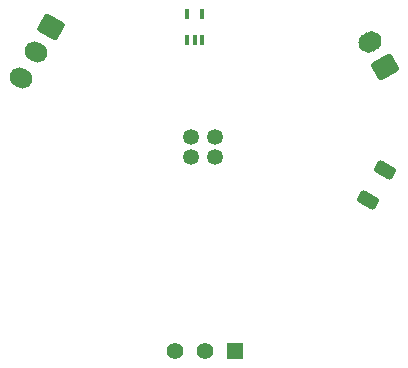
<source format=gbr>
%TF.GenerationSoftware,KiCad,Pcbnew,8.0.2-1*%
%TF.CreationDate,2024-08-06T16:02:12-04:00*%
%TF.ProjectId,Untitled,556e7469-746c-4656-942e-6b696361645f,rev?*%
%TF.SameCoordinates,Original*%
%TF.FileFunction,Soldermask,Bot*%
%TF.FilePolarity,Negative*%
%FSLAX46Y46*%
G04 Gerber Fmt 4.6, Leading zero omitted, Abs format (unit mm)*
G04 Created by KiCad (PCBNEW 8.0.2-1) date 2024-08-06 16:02:12*
%MOMM*%
%LPD*%
G01*
G04 APERTURE LIST*
G04 Aperture macros list*
%AMRoundRect*
0 Rectangle with rounded corners*
0 $1 Rounding radius*
0 $2 $3 $4 $5 $6 $7 $8 $9 X,Y pos of 4 corners*
0 Add a 4 corners polygon primitive as box body*
4,1,4,$2,$3,$4,$5,$6,$7,$8,$9,$2,$3,0*
0 Add four circle primitives for the rounded corners*
1,1,$1+$1,$2,$3*
1,1,$1+$1,$4,$5*
1,1,$1+$1,$6,$7*
1,1,$1+$1,$8,$9*
0 Add four rect primitives between the rounded corners*
20,1,$1+$1,$2,$3,$4,$5,0*
20,1,$1+$1,$4,$5,$6,$7,0*
20,1,$1+$1,$6,$7,$8,$9,0*
20,1,$1+$1,$8,$9,$2,$3,0*%
%AMHorizOval*
0 Thick line with rounded ends*
0 $1 width*
0 $2 $3 position (X,Y) of the first rounded end (center of the circle)*
0 $4 $5 position (X,Y) of the second rounded end (center of the circle)*
0 Add line between two ends*
20,1,$1,$2,$3,$4,$5,0*
0 Add two circle primitives to create the rounded ends*
1,1,$1,$2,$3*
1,1,$1,$4,$5*%
G04 Aperture macros list end*
%ADD10C,1.350000*%
%ADD11RoundRect,0.087500X0.087500X0.337500X-0.087500X0.337500X-0.087500X-0.337500X0.087500X-0.337500X0*%
%ADD12RoundRect,0.250000X-0.327868X0.882115X-0.927868X-0.157115X0.327868X-0.882115X0.927868X0.157115X0*%
%ADD13HorizOval,1.700000X-0.108253X0.062500X0.108253X-0.062500X0*%
%ADD14R,1.397000X1.397000*%
%ADD15C,1.397000*%
%ADD16RoundRect,0.250000X-0.385016X0.583133X-0.697516X0.041867X0.385016X-0.583133X0.697516X-0.041867X0*%
%ADD17RoundRect,0.250000X0.949519X-0.144615X0.349519X0.894615X-0.949519X0.144615X-0.349519X-0.894615X0*%
%ADD18HorizOval,1.700000X0.129904X0.075000X-0.129904X-0.075000X0*%
G04 APERTURE END LIST*
D10*
%TO.C,REF\u002A\u002A*%
X104492500Y-57160000D03*
X104492500Y-58860000D03*
X102467500Y-57160000D03*
X102467500Y-58860000D03*
%TD*%
D11*
%TO.C,REF\u002A\u002A*%
X103450000Y-48900000D03*
X102800000Y-48900000D03*
X102150000Y-48900000D03*
X102150000Y-46700000D03*
X103450000Y-46700000D03*
%TD*%
D12*
%TO.C,REF\u002A\u002A*%
X90600000Y-47800000D03*
D13*
X89350000Y-49965064D03*
X88100000Y-52130127D03*
%TD*%
D14*
%TO.C,REF\u002A\u002A*%
X106187500Y-75250100D03*
D15*
X103647500Y-75250100D03*
X101107500Y-75250100D03*
%TD*%
D16*
%TO.C,REF\u002A\u002A*%
X118931250Y-59933438D03*
X117468750Y-62466562D03*
%TD*%
D17*
%TO.C,REF\u002A\u002A*%
X118879664Y-51220032D03*
D18*
X117629664Y-49054968D03*
%TD*%
M02*

</source>
